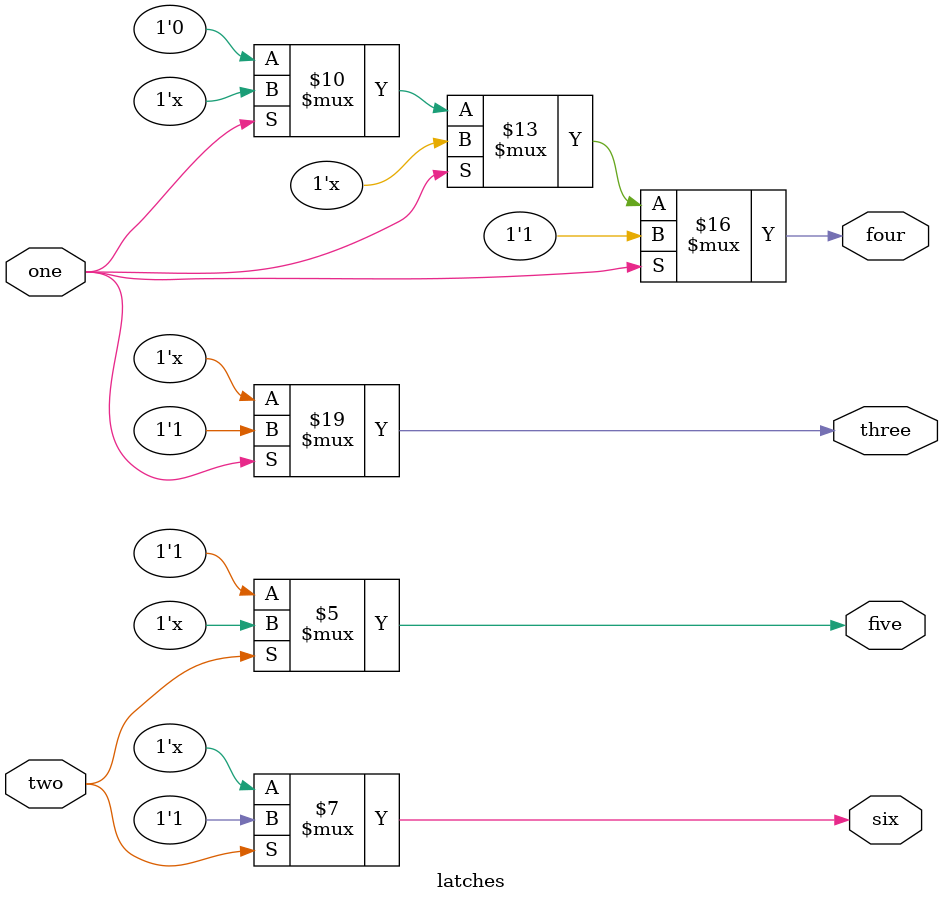
<source format=v>
module latches(
  input wire one, two,
  output reg three, four, five, six);
  
  always@(one)begin
    if(one)begin
      three=1;
      four=1;
    end
    else if(!one)begin
      four=0;
    end
  end
  
  always@(two)begin
    case(two)
      0:begin
        five=1;
      end
      1:begin
        six=1;
      end
      
    endcase
  end
  
endmodule

</source>
